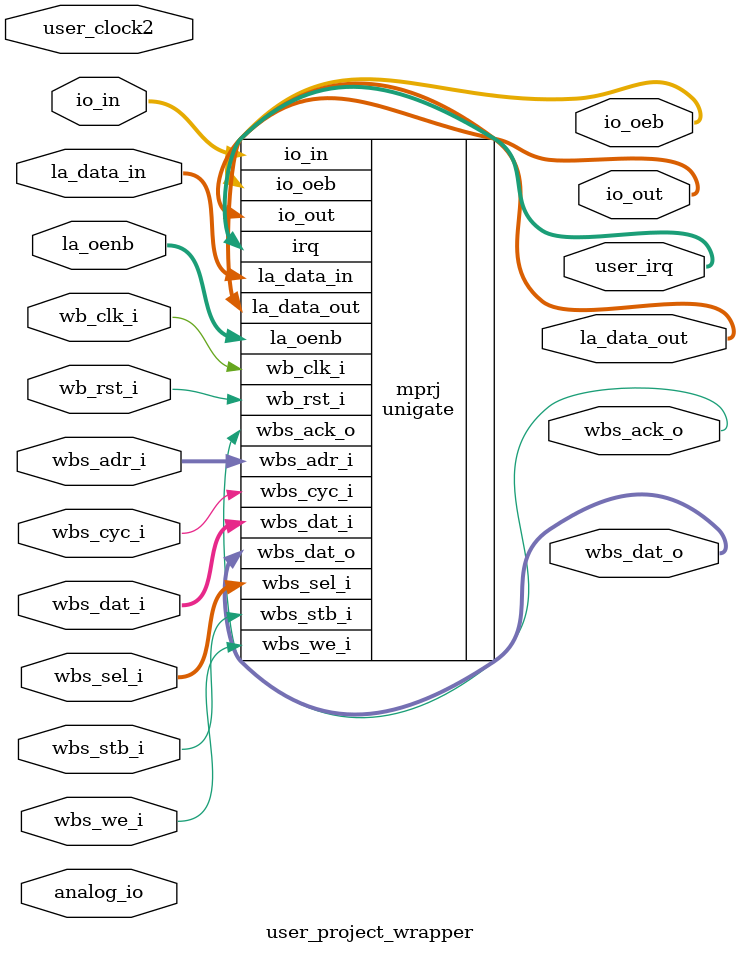
<source format=v>
module user_project_wrapper (user_clock2,
    wb_clk_i,
    wb_rst_i,
    wbs_ack_o,
    wbs_cyc_i,
    wbs_stb_i,
    wbs_we_i,
    analog_io,
    io_in,
    io_oeb,
    io_out,
    la_data_in,
    la_data_out,
    la_oenb,
    user_irq,
    wbs_adr_i,
    wbs_dat_i,
    wbs_dat_o,
    wbs_sel_i);
 input user_clock2;
 input wb_clk_i;
 input wb_rst_i;
 output wbs_ack_o;
 input wbs_cyc_i;
 input wbs_stb_i;
 input wbs_we_i;
 inout [28:0] analog_io;
 input [37:0] io_in;
 output [37:0] io_oeb;
 output [37:0] io_out;
 input [127:0] la_data_in;
 output [127:0] la_data_out;
 input [127:0] la_oenb;
 output [2:0] user_irq;
 input [31:0] wbs_adr_i;
 input [31:0] wbs_dat_i;
 output [31:0] wbs_dat_o;
 input [3:0] wbs_sel_i;


 unigate mprj (.wb_clk_i(wb_clk_i),
    .wb_rst_i(wb_rst_i),
    .wbs_ack_o(wbs_ack_o),
    .wbs_cyc_i(wbs_cyc_i),
    .wbs_stb_i(wbs_stb_i),
    .wbs_we_i(wbs_we_i),
    .io_in({io_in[37],
    io_in[36],
    io_in[35],
    io_in[34],
    io_in[33],
    io_in[32],
    io_in[31],
    io_in[30],
    io_in[29],
    io_in[28],
    io_in[27],
    io_in[26],
    io_in[25],
    io_in[24],
    io_in[23],
    io_in[22],
    io_in[21],
    io_in[20],
    io_in[19],
    io_in[18],
    io_in[17],
    io_in[16],
    io_in[15],
    io_in[14],
    io_in[13],
    io_in[12],
    io_in[11],
    io_in[10],
    io_in[9],
    io_in[8],
    io_in[7],
    io_in[6],
    io_in[5],
    io_in[4],
    io_in[3],
    io_in[2],
    io_in[1],
    io_in[0]}),
    .io_oeb({io_oeb[37],
    io_oeb[36],
    io_oeb[35],
    io_oeb[34],
    io_oeb[33],
    io_oeb[32],
    io_oeb[31],
    io_oeb[30],
    io_oeb[29],
    io_oeb[28],
    io_oeb[27],
    io_oeb[26],
    io_oeb[25],
    io_oeb[24],
    io_oeb[23],
    io_oeb[22],
    io_oeb[21],
    io_oeb[20],
    io_oeb[19],
    io_oeb[18],
    io_oeb[17],
    io_oeb[16],
    io_oeb[15],
    io_oeb[14],
    io_oeb[13],
    io_oeb[12],
    io_oeb[11],
    io_oeb[10],
    io_oeb[9],
    io_oeb[8],
    io_oeb[7],
    io_oeb[6],
    io_oeb[5],
    io_oeb[4],
    io_oeb[3],
    io_oeb[2],
    io_oeb[1],
    io_oeb[0]}),
    .io_out({io_out[37],
    io_out[36],
    io_out[35],
    io_out[34],
    io_out[33],
    io_out[32],
    io_out[31],
    io_out[30],
    io_out[29],
    io_out[28],
    io_out[27],
    io_out[26],
    io_out[25],
    io_out[24],
    io_out[23],
    io_out[22],
    io_out[21],
    io_out[20],
    io_out[19],
    io_out[18],
    io_out[17],
    io_out[16],
    io_out[15],
    io_out[14],
    io_out[13],
    io_out[12],
    io_out[11],
    io_out[10],
    io_out[9],
    io_out[8],
    io_out[7],
    io_out[6],
    io_out[5],
    io_out[4],
    io_out[3],
    io_out[2],
    io_out[1],
    io_out[0]}),
    .irq({user_irq[2],
    user_irq[1],
    user_irq[0]}),
    .la_data_in({la_data_in[127],
    la_data_in[126],
    la_data_in[125],
    la_data_in[124],
    la_data_in[123],
    la_data_in[122],
    la_data_in[121],
    la_data_in[120],
    la_data_in[119],
    la_data_in[118],
    la_data_in[117],
    la_data_in[116],
    la_data_in[115],
    la_data_in[114],
    la_data_in[113],
    la_data_in[112],
    la_data_in[111],
    la_data_in[110],
    la_data_in[109],
    la_data_in[108],
    la_data_in[107],
    la_data_in[106],
    la_data_in[105],
    la_data_in[104],
    la_data_in[103],
    la_data_in[102],
    la_data_in[101],
    la_data_in[100],
    la_data_in[99],
    la_data_in[98],
    la_data_in[97],
    la_data_in[96],
    la_data_in[95],
    la_data_in[94],
    la_data_in[93],
    la_data_in[92],
    la_data_in[91],
    la_data_in[90],
    la_data_in[89],
    la_data_in[88],
    la_data_in[87],
    la_data_in[86],
    la_data_in[85],
    la_data_in[84],
    la_data_in[83],
    la_data_in[82],
    la_data_in[81],
    la_data_in[80],
    la_data_in[79],
    la_data_in[78],
    la_data_in[77],
    la_data_in[76],
    la_data_in[75],
    la_data_in[74],
    la_data_in[73],
    la_data_in[72],
    la_data_in[71],
    la_data_in[70],
    la_data_in[69],
    la_data_in[68],
    la_data_in[67],
    la_data_in[66],
    la_data_in[65],
    la_data_in[64],
    la_data_in[63],
    la_data_in[62],
    la_data_in[61],
    la_data_in[60],
    la_data_in[59],
    la_data_in[58],
    la_data_in[57],
    la_data_in[56],
    la_data_in[55],
    la_data_in[54],
    la_data_in[53],
    la_data_in[52],
    la_data_in[51],
    la_data_in[50],
    la_data_in[49],
    la_data_in[48],
    la_data_in[47],
    la_data_in[46],
    la_data_in[45],
    la_data_in[44],
    la_data_in[43],
    la_data_in[42],
    la_data_in[41],
    la_data_in[40],
    la_data_in[39],
    la_data_in[38],
    la_data_in[37],
    la_data_in[36],
    la_data_in[35],
    la_data_in[34],
    la_data_in[33],
    la_data_in[32],
    la_data_in[31],
    la_data_in[30],
    la_data_in[29],
    la_data_in[28],
    la_data_in[27],
    la_data_in[26],
    la_data_in[25],
    la_data_in[24],
    la_data_in[23],
    la_data_in[22],
    la_data_in[21],
    la_data_in[20],
    la_data_in[19],
    la_data_in[18],
    la_data_in[17],
    la_data_in[16],
    la_data_in[15],
    la_data_in[14],
    la_data_in[13],
    la_data_in[12],
    la_data_in[11],
    la_data_in[10],
    la_data_in[9],
    la_data_in[8],
    la_data_in[7],
    la_data_in[6],
    la_data_in[5],
    la_data_in[4],
    la_data_in[3],
    la_data_in[2],
    la_data_in[1],
    la_data_in[0]}),
    .la_data_out({la_data_out[127],
    la_data_out[126],
    la_data_out[125],
    la_data_out[124],
    la_data_out[123],
    la_data_out[122],
    la_data_out[121],
    la_data_out[120],
    la_data_out[119],
    la_data_out[118],
    la_data_out[117],
    la_data_out[116],
    la_data_out[115],
    la_data_out[114],
    la_data_out[113],
    la_data_out[112],
    la_data_out[111],
    la_data_out[110],
    la_data_out[109],
    la_data_out[108],
    la_data_out[107],
    la_data_out[106],
    la_data_out[105],
    la_data_out[104],
    la_data_out[103],
    la_data_out[102],
    la_data_out[101],
    la_data_out[100],
    la_data_out[99],
    la_data_out[98],
    la_data_out[97],
    la_data_out[96],
    la_data_out[95],
    la_data_out[94],
    la_data_out[93],
    la_data_out[92],
    la_data_out[91],
    la_data_out[90],
    la_data_out[89],
    la_data_out[88],
    la_data_out[87],
    la_data_out[86],
    la_data_out[85],
    la_data_out[84],
    la_data_out[83],
    la_data_out[82],
    la_data_out[81],
    la_data_out[80],
    la_data_out[79],
    la_data_out[78],
    la_data_out[77],
    la_data_out[76],
    la_data_out[75],
    la_data_out[74],
    la_data_out[73],
    la_data_out[72],
    la_data_out[71],
    la_data_out[70],
    la_data_out[69],
    la_data_out[68],
    la_data_out[67],
    la_data_out[66],
    la_data_out[65],
    la_data_out[64],
    la_data_out[63],
    la_data_out[62],
    la_data_out[61],
    la_data_out[60],
    la_data_out[59],
    la_data_out[58],
    la_data_out[57],
    la_data_out[56],
    la_data_out[55],
    la_data_out[54],
    la_data_out[53],
    la_data_out[52],
    la_data_out[51],
    la_data_out[50],
    la_data_out[49],
    la_data_out[48],
    la_data_out[47],
    la_data_out[46],
    la_data_out[45],
    la_data_out[44],
    la_data_out[43],
    la_data_out[42],
    la_data_out[41],
    la_data_out[40],
    la_data_out[39],
    la_data_out[38],
    la_data_out[37],
    la_data_out[36],
    la_data_out[35],
    la_data_out[34],
    la_data_out[33],
    la_data_out[32],
    la_data_out[31],
    la_data_out[30],
    la_data_out[29],
    la_data_out[28],
    la_data_out[27],
    la_data_out[26],
    la_data_out[25],
    la_data_out[24],
    la_data_out[23],
    la_data_out[22],
    la_data_out[21],
    la_data_out[20],
    la_data_out[19],
    la_data_out[18],
    la_data_out[17],
    la_data_out[16],
    la_data_out[15],
    la_data_out[14],
    la_data_out[13],
    la_data_out[12],
    la_data_out[11],
    la_data_out[10],
    la_data_out[9],
    la_data_out[8],
    la_data_out[7],
    la_data_out[6],
    la_data_out[5],
    la_data_out[4],
    la_data_out[3],
    la_data_out[2],
    la_data_out[1],
    la_data_out[0]}),
    .la_oenb({la_oenb[127],
    la_oenb[126],
    la_oenb[125],
    la_oenb[124],
    la_oenb[123],
    la_oenb[122],
    la_oenb[121],
    la_oenb[120],
    la_oenb[119],
    la_oenb[118],
    la_oenb[117],
    la_oenb[116],
    la_oenb[115],
    la_oenb[114],
    la_oenb[113],
    la_oenb[112],
    la_oenb[111],
    la_oenb[110],
    la_oenb[109],
    la_oenb[108],
    la_oenb[107],
    la_oenb[106],
    la_oenb[105],
    la_oenb[104],
    la_oenb[103],
    la_oenb[102],
    la_oenb[101],
    la_oenb[100],
    la_oenb[99],
    la_oenb[98],
    la_oenb[97],
    la_oenb[96],
    la_oenb[95],
    la_oenb[94],
    la_oenb[93],
    la_oenb[92],
    la_oenb[91],
    la_oenb[90],
    la_oenb[89],
    la_oenb[88],
    la_oenb[87],
    la_oenb[86],
    la_oenb[85],
    la_oenb[84],
    la_oenb[83],
    la_oenb[82],
    la_oenb[81],
    la_oenb[80],
    la_oenb[79],
    la_oenb[78],
    la_oenb[77],
    la_oenb[76],
    la_oenb[75],
    la_oenb[74],
    la_oenb[73],
    la_oenb[72],
    la_oenb[71],
    la_oenb[70],
    la_oenb[69],
    la_oenb[68],
    la_oenb[67],
    la_oenb[66],
    la_oenb[65],
    la_oenb[64],
    la_oenb[63],
    la_oenb[62],
    la_oenb[61],
    la_oenb[60],
    la_oenb[59],
    la_oenb[58],
    la_oenb[57],
    la_oenb[56],
    la_oenb[55],
    la_oenb[54],
    la_oenb[53],
    la_oenb[52],
    la_oenb[51],
    la_oenb[50],
    la_oenb[49],
    la_oenb[48],
    la_oenb[47],
    la_oenb[46],
    la_oenb[45],
    la_oenb[44],
    la_oenb[43],
    la_oenb[42],
    la_oenb[41],
    la_oenb[40],
    la_oenb[39],
    la_oenb[38],
    la_oenb[37],
    la_oenb[36],
    la_oenb[35],
    la_oenb[34],
    la_oenb[33],
    la_oenb[32],
    la_oenb[31],
    la_oenb[30],
    la_oenb[29],
    la_oenb[28],
    la_oenb[27],
    la_oenb[26],
    la_oenb[25],
    la_oenb[24],
    la_oenb[23],
    la_oenb[22],
    la_oenb[21],
    la_oenb[20],
    la_oenb[19],
    la_oenb[18],
    la_oenb[17],
    la_oenb[16],
    la_oenb[15],
    la_oenb[14],
    la_oenb[13],
    la_oenb[12],
    la_oenb[11],
    la_oenb[10],
    la_oenb[9],
    la_oenb[8],
    la_oenb[7],
    la_oenb[6],
    la_oenb[5],
    la_oenb[4],
    la_oenb[3],
    la_oenb[2],
    la_oenb[1],
    la_oenb[0]}),
    .wbs_adr_i({wbs_adr_i[31],
    wbs_adr_i[30],
    wbs_adr_i[29],
    wbs_adr_i[28],
    wbs_adr_i[27],
    wbs_adr_i[26],
    wbs_adr_i[25],
    wbs_adr_i[24],
    wbs_adr_i[23],
    wbs_adr_i[22],
    wbs_adr_i[21],
    wbs_adr_i[20],
    wbs_adr_i[19],
    wbs_adr_i[18],
    wbs_adr_i[17],
    wbs_adr_i[16],
    wbs_adr_i[15],
    wbs_adr_i[14],
    wbs_adr_i[13],
    wbs_adr_i[12],
    wbs_adr_i[11],
    wbs_adr_i[10],
    wbs_adr_i[9],
    wbs_adr_i[8],
    wbs_adr_i[7],
    wbs_adr_i[6],
    wbs_adr_i[5],
    wbs_adr_i[4],
    wbs_adr_i[3],
    wbs_adr_i[2],
    wbs_adr_i[1],
    wbs_adr_i[0]}),
    .wbs_dat_i({wbs_dat_i[31],
    wbs_dat_i[30],
    wbs_dat_i[29],
    wbs_dat_i[28],
    wbs_dat_i[27],
    wbs_dat_i[26],
    wbs_dat_i[25],
    wbs_dat_i[24],
    wbs_dat_i[23],
    wbs_dat_i[22],
    wbs_dat_i[21],
    wbs_dat_i[20],
    wbs_dat_i[19],
    wbs_dat_i[18],
    wbs_dat_i[17],
    wbs_dat_i[16],
    wbs_dat_i[15],
    wbs_dat_i[14],
    wbs_dat_i[13],
    wbs_dat_i[12],
    wbs_dat_i[11],
    wbs_dat_i[10],
    wbs_dat_i[9],
    wbs_dat_i[8],
    wbs_dat_i[7],
    wbs_dat_i[6],
    wbs_dat_i[5],
    wbs_dat_i[4],
    wbs_dat_i[3],
    wbs_dat_i[2],
    wbs_dat_i[1],
    wbs_dat_i[0]}),
    .wbs_dat_o({wbs_dat_o[31],
    wbs_dat_o[30],
    wbs_dat_o[29],
    wbs_dat_o[28],
    wbs_dat_o[27],
    wbs_dat_o[26],
    wbs_dat_o[25],
    wbs_dat_o[24],
    wbs_dat_o[23],
    wbs_dat_o[22],
    wbs_dat_o[21],
    wbs_dat_o[20],
    wbs_dat_o[19],
    wbs_dat_o[18],
    wbs_dat_o[17],
    wbs_dat_o[16],
    wbs_dat_o[15],
    wbs_dat_o[14],
    wbs_dat_o[13],
    wbs_dat_o[12],
    wbs_dat_o[11],
    wbs_dat_o[10],
    wbs_dat_o[9],
    wbs_dat_o[8],
    wbs_dat_o[7],
    wbs_dat_o[6],
    wbs_dat_o[5],
    wbs_dat_o[4],
    wbs_dat_o[3],
    wbs_dat_o[2],
    wbs_dat_o[1],
    wbs_dat_o[0]}),
    .wbs_sel_i({wbs_sel_i[3],
    wbs_sel_i[2],
    wbs_sel_i[1],
    wbs_sel_i[0]}));
endmodule


</source>
